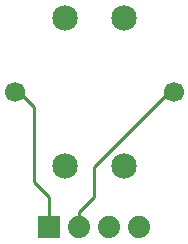
<source format=gbr>
G04 EAGLE Gerber RS-274X export*
G75*
%MOMM*%
%FSLAX34Y34*%
%LPD*%
%INBottom Copper*%
%IPPOS*%
%AMOC8*
5,1,8,0,0,1.08239X$1,22.5*%
G01*
%ADD10C,2.159000*%
%ADD11C,1.700000*%
%ADD12R,1.879600X1.879600*%
%ADD13C,1.879600*%
%ADD14C,0.254000*%


D10*
X101200Y189500D03*
X51200Y189500D03*
X51200Y64500D03*
X101200Y64500D03*
D11*
X8700Y127000D03*
X143700Y127000D03*
D12*
X38100Y12700D03*
D13*
X63500Y12700D03*
X88900Y12700D03*
X114300Y12700D03*
D14*
X63500Y12700D02*
X63500Y25400D01*
X76200Y38100D01*
X76200Y63500D01*
X139700Y127000D01*
X143700Y127000D01*
X38100Y38100D02*
X38100Y12700D01*
X38100Y38100D02*
X25400Y50800D01*
X25400Y114300D01*
X12700Y127000D01*
X8700Y127000D01*
M02*

</source>
